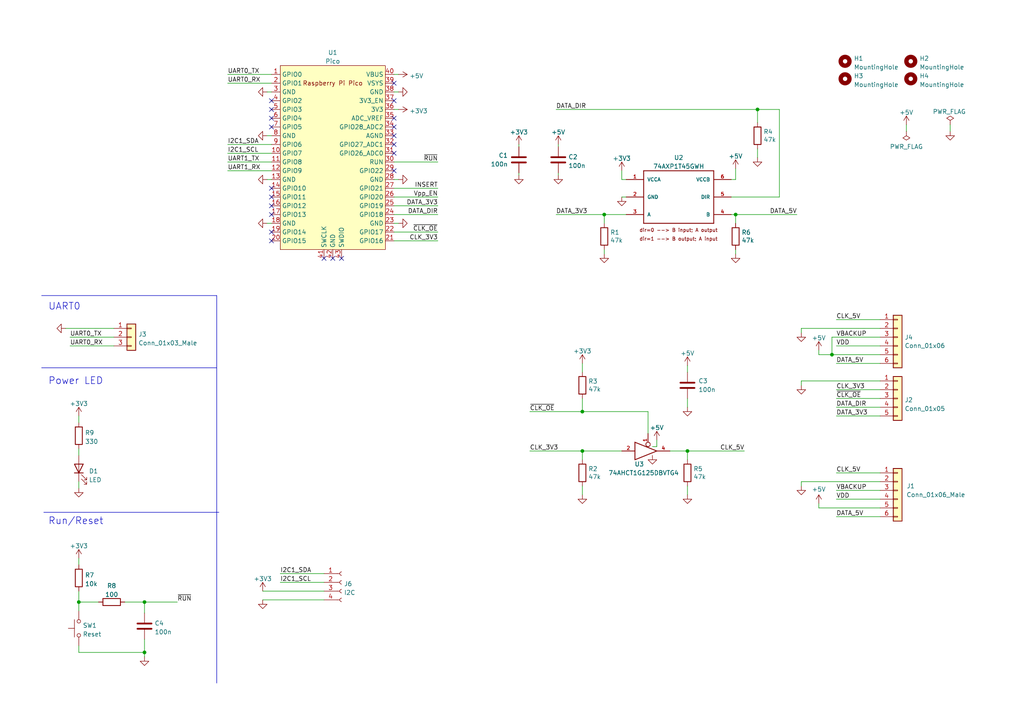
<source format=kicad_sch>
(kicad_sch (version 20230121) (generator eeschema)
  (paper "A4")
  (lib_symbols
    (symbol "74AXP1T45:74AXP1T45GWH" (pin_names (offset 1.016))
      (property "Reference" "U2" (at 10.16 3.81 0))
      (property "Value" "74AXP1T45GWH" (at 10.16 1.27 0))
      (symbol "74AXP1T45GWH_0_0"
        (polyline (pts (xy 0 -15.24) (xy 20.32 -15.24)) (stroke (width 0.254)))
        (polyline (pts (xy 0 0) (xy 0 -15.24)) (stroke (width 0.254)))
        (polyline (pts (xy 20.32 -15.24) (xy 20.32 0)) (stroke (width 0.254)))
        (polyline (pts (xy 20.32 0) (xy 0 0)) (stroke (width 0.254)))
        (text "dir=0 --> B input; A output" (at -1.27 -17.78 0) (effects (font (size 1 1)) (justify left bottom)))
        (text "dir=1 --> B output; A input" (at -1.27 -20.32 0) (effects (font (size 1 1)) (justify left bottom)))
        (pin power_in line (at -5.08 -2.54 0) (length 5.08) (name "VCCA") (number "1"))
        (pin power_in line (at -5.08 -7.62 0) (length 5.08) (name "GND") (number "2"))
        (pin bidirectional line (at -5.08 -12.7 0) (length 5.08) (name "A") (number "3"))
        (pin bidirectional line (at 25.4 -12.7 180) (length 5.08) (name "B") (number "4"))
        (pin bidirectional line (at 25.4 -7.62 180) (length 5.08) (name "DIR") (number "5"))
        (pin power_in line (at 25.4 -2.54 180) (length 5.08) (name "VCCB") (number "6"))
      )
    )
    (symbol "74xGxx:74AHCT1G125" (pin_names (offset 1.016))
      (property "Reference" "U" (at -2.54 3.81 0))
      (property "Value" "74AHCT1G125" (at 0 -3.81 0))
      (symbol "74AHCT1G125_0_1"
        (polyline (pts (xy -3.81 2.54) (xy -3.81 -2.54) (xy 2.54 0) (xy -3.81 2.54)) (stroke (width 0.254)))
      )
      (symbol "74AHCT1G125_1_1"
        (pin input inverted (at 0 5.08 270) (length 3.81) (name "~") (number "1"))
        (pin input line (at -7.62 0 0) (length 3.81) (name "~") (number "2"))
        (pin power_in line (at 1.27 -1.27 270) (length 0) hide (name "GND") (number "3"))
        (pin tri_state line (at 6.35 0 180) (length 3.81) (name "~") (number "4"))
        (pin power_in line (at 1.27 1.27 90) (length 0) hide (name "VCC") (number "5"))
      )
    )
    (symbol "Connector:Conn_01x04_Female" (pin_names (offset 1.016) hide)
      (property "Reference" "J" (at 0 5.08 0))
      (property "Value" "Conn_01x04_Female" (at 0 -7.62 0))
      (symbol "Conn_01x04_Female_1_1"
        (arc (start 0 -4.572) (mid -0.5058 -5.08) (end 0 -5.588) (stroke (width 0.1524)))
        (arc (start 0 -2.032) (mid -0.5058 -2.54) (end 0 -3.048) (stroke (width 0.1524)))
        (polyline (pts (xy -1.27 -5.08) (xy -0.508 -5.08)) (stroke (width 0.1524)))
        (polyline (pts (xy -1.27 -2.54) (xy -0.508 -2.54)) (stroke (width 0.1524)))
        (polyline (pts (xy -1.27 0) (xy -0.508 0)) (stroke (width 0.1524)))
        (polyline (pts (xy -1.27 2.54) (xy -0.508 2.54)) (stroke (width 0.1524)))
        (arc (start 0 0.508) (mid -0.5058 0) (end 0 -0.508) (stroke (width 0.1524)))
        (arc (start 0 3.048) (mid -0.5058 2.54) (end 0 2.032) (stroke (width 0.1524)))
        (pin passive line (at -5.08 2.54 0) (length 3.81) (name "Pin_1") (number "1"))
        (pin passive line (at -5.08 0 0) (length 3.81) (name "Pin_2") (number "2"))
        (pin passive line (at -5.08 -2.54 0) (length 3.81) (name "Pin_3") (number "3"))
        (pin passive line (at -5.08 -5.08 0) (length 3.81) (name "Pin_4") (number "4"))
      )
    )
    (symbol "Connector_Generic:Conn_01x03" (pin_names (offset 1.016) hide)
      (property "Reference" "J" (at 0 5.08 0))
      (property "Value" "Conn_01x03" (at 0 -5.08 0))
      (symbol "Conn_01x03_1_1"
        (rectangle (start -1.27 -2.413) (end 0 -2.667) (stroke (width 0.1524)))
        (rectangle (start -1.27 0.127) (end 0 -0.127) (stroke (width 0.1524)))
        (rectangle (start -1.27 2.667) (end 0 2.413) (stroke (width 0.1524)))
        (rectangle (start -1.27 3.81) (end 1.27 -3.81) (stroke (width 0.254)) (fill (type background)))
        (pin passive line (at -5.08 2.54 0) (length 3.81) (name "Pin_1") (number "1"))
        (pin passive line (at -5.08 0 0) (length 3.81) (name "Pin_2") (number "2"))
        (pin passive line (at -5.08 -2.54 0) (length 3.81) (name "Pin_3") (number "3"))
      )
    )
    (symbol "Connector_Generic:Conn_01x05" (pin_names (offset 1.016) hide)
      (property "Reference" "J" (at 0 7.62 0))
      (property "Value" "Conn_01x05" (at 0 -7.62 0))
      (symbol "Conn_01x05_1_1"
        (rectangle (start -1.27 -4.953) (end 0 -5.207) (stroke (width 0.1524)))
        (rectangle (start -1.27 -2.413) (end 0 -2.667) (stroke (width 0.1524)))
        (rectangle (start -1.27 0.127) (end 0 -0.127) (stroke (width 0.1524)))
        (rectangle (start -1.27 2.667) (end 0 2.413) (stroke (width 0.1524)))
        (rectangle (start -1.27 5.207) (end 0 4.953) (stroke (width 0.1524)))
        (rectangle (start -1.27 6.35) (end 1.27 -6.35) (stroke (width 0.254)) (fill (type background)))
        (pin passive line (at -5.08 5.08 0) (length 3.81) (name "Pin_1") (number "1"))
        (pin passive line (at -5.08 2.54 0) (length 3.81) (name "Pin_2") (number "2"))
        (pin passive line (at -5.08 0 0) (length 3.81) (name "Pin_3") (number "3"))
        (pin passive line (at -5.08 -2.54 0) (length 3.81) (name "Pin_4") (number "4"))
        (pin passive line (at -5.08 -5.08 0) (length 3.81) (name "Pin_5") (number "5"))
      )
    )
    (symbol "Connector_Generic:Conn_01x06" (pin_names (offset 1.016) hide)
      (property "Reference" "J" (at 0 7.62 0))
      (property "Value" "Conn_01x06" (at 0 -10.16 0))
      (symbol "Conn_01x06_1_1"
        (rectangle (start -1.27 -7.493) (end 0 -7.747) (stroke (width 0.1524)))
        (rectangle (start -1.27 -4.953) (end 0 -5.207) (stroke (width 0.1524)))
        (rectangle (start -1.27 -2.413) (end 0 -2.667) (stroke (width 0.1524)))
        (rectangle (start -1.27 0.127) (end 0 -0.127) (stroke (width 0.1524)))
        (rectangle (start -1.27 2.667) (end 0 2.413) (stroke (width 0.1524)))
        (rectangle (start -1.27 5.207) (end 0 4.953) (stroke (width 0.1524)))
        (rectangle (start -1.27 6.35) (end 1.27 -8.89) (stroke (width 0.254)) (fill (type background)))
        (pin passive line (at -5.08 5.08 0) (length 3.81) (name "Pin_1") (number "1"))
        (pin passive line (at -5.08 2.54 0) (length 3.81) (name "Pin_2") (number "2"))
        (pin passive line (at -5.08 0 0) (length 3.81) (name "Pin_3") (number "3"))
        (pin passive line (at -5.08 -2.54 0) (length 3.81) (name "Pin_4") (number "4"))
        (pin passive line (at -5.08 -5.08 0) (length 3.81) (name "Pin_5") (number "5"))
        (pin passive line (at -5.08 -7.62 0) (length 3.81) (name "Pin_6") (number "6"))
      )
    )
    (symbol "Device:C" (pin_numbers hide) (pin_names (offset 0.254))
      (property "Reference" "C" (at 0.635 2.54 0))
      (property "Value" "C" (at 0.635 -2.54 0))
      (symbol "C_0_1"
        (polyline (pts (xy -2.032 -0.762) (xy 2.032 -0.762)) (stroke (width 0.508)))
        (polyline (pts (xy -2.032 0.762) (xy 2.032 0.762)) (stroke (width 0.508)))
      )
      (symbol "C_1_1"
        (pin passive line (at 0 3.81 270) (length 2.794) (name "~") (number "1"))
        (pin passive line (at 0 -3.81 90) (length 2.794) (name "~") (number "2"))
      )
    )
    (symbol "Device:LED" (pin_numbers hide) (pin_names (offset 1.016) hide)
      (property "Reference" "D" (at 0 2.54 0))
      (property "Value" "LED" (at 0 -2.54 0))
      (symbol "LED_0_1"
        (polyline (pts (xy -1.27 -1.27) (xy -1.27 1.27)) (stroke (width 0.254)))
        (polyline (pts (xy -1.27 0) (xy 1.27 0)))
        (polyline (pts (xy 1.27 -1.27) (xy 1.27 1.27) (xy -1.27 0) (xy 1.27 -1.27)) (stroke (width 0.254)))
        (polyline (pts (xy -3.048 -0.762) (xy -4.572 -2.286) (xy -3.81 -2.286) (xy -4.572 -2.286) (xy -4.572 -1.524)))
        (polyline (pts (xy -1.778 -0.762) (xy -3.302 -2.286) (xy -2.54 -2.286) (xy -3.302 -2.286) (xy -3.302 -1.524)))
      )
      (symbol "LED_1_1"
        (pin passive line (at -3.81 0 0) (length 2.54) (name "K") (number "1"))
        (pin passive line (at 3.81 0 180) (length 2.54) (name "A") (number "2"))
      )
    )
    (symbol "Device:R" (pin_numbers hide) (pin_names (offset 0))
      (property "Reference" "R" (at 2.032 0 90))
      (property "Value" "R" (at 0 0 90))
      (symbol "R_0_1"
        (rectangle (start -1.016 -2.54) (end 1.016 2.54) (stroke (width 0.254)))
      )
      (symbol "R_1_1"
        (pin passive line (at 0 3.81 270) (length 1.27) (name "~") (number "1"))
        (pin passive line (at 0 -3.81 90) (length 1.27) (name "~") (number "2"))
      )
    )
    (symbol "MCU_RaspberryPi_and_Boards:Pico"
      (property "Reference" "U" (at -13.97 27.94 0))
      (property "Value" "Pico" (at 0 19.05 0))
      (symbol "Pico_0_0"
        (text "Raspberry Pi Pico" (at 0 21.59 0) (effects (font (size 1.27 1.27))))
      )
      (symbol "Pico_0_1"
        (rectangle (start -15.24 26.67) (end 15.24 -26.67) (fill (type background)))
      )
      (symbol "Pico_1_1"
        (pin bidirectional line (at -17.78 24.13 0) (length 2.54) (name "GPIO0") (number "1"))
        (pin bidirectional line (at -17.78 1.27 0) (length 2.54) (name "GPIO7") (number "10"))
        (pin bidirectional line (at -17.78 -1.27 0) (length 2.54) (name "GPIO8") (number "11"))
        (pin bidirectional line (at -17.78 -3.81 0) (length 2.54) (name "GPIO9") (number "12"))
        (pin power_in line (at -17.78 -6.35 0) (length 2.54) (name "GND") (number "13"))
        (pin bidirectional line (at -17.78 -8.89 0) (length 2.54) (name "GPIO10") (number "14"))
        (pin bidirectional line (at -17.78 -11.43 0) (length 2.54) (name "GPIO11") (number "15"))
        (pin bidirectional line (at -17.78 -13.97 0) (length 2.54) (name "GPIO12") (number "16"))
        (pin bidirectional line (at -17.78 -16.51 0) (length 2.54) (name "GPIO13") (number "17"))
        (pin power_in line (at -17.78 -19.05 0) (length 2.54) (name "GND") (number "18"))
        (pin bidirectional line (at -17.78 -21.59 0) (length 2.54) (name "GPIO14") (number "19"))
        (pin bidirectional line (at -17.78 21.59 0) (length 2.54) (name "GPIO1") (number "2"))
        (pin bidirectional line (at -17.78 -24.13 0) (length 2.54) (name "GPIO15") (number "20"))
        (pin bidirectional line (at 17.78 -24.13 180) (length 2.54) (name "GPIO16") (number "21"))
        (pin bidirectional line (at 17.78 -21.59 180) (length 2.54) (name "GPIO17") (number "22"))
        (pin power_in line (at 17.78 -19.05 180) (length 2.54) (name "GND") (number "23"))
        (pin bidirectional line (at 17.78 -16.51 180) (length 2.54) (name "GPIO18") (number "24"))
        (pin bidirectional line (at 17.78 -13.97 180) (length 2.54) (name "GPIO19") (number "25"))
        (pin bidirectional line (at 17.78 -11.43 180) (length 2.54) (name "GPIO20") (number "26"))
        (pin bidirectional line (at 17.78 -8.89 180) (length 2.54) (name "GPIO21") (number "27"))
        (pin power_in line (at 17.78 -6.35 180) (length 2.54) (name "GND") (number "28"))
        (pin bidirectional line (at 17.78 -3.81 180) (length 2.54) (name "GPIO22") (number "29"))
        (pin power_in line (at -17.78 19.05 0) (length 2.54) (name "GND") (number "3"))
        (pin input line (at 17.78 -1.27 180) (length 2.54) (name "RUN") (number "30"))
        (pin bidirectional line (at 17.78 1.27 180) (length 2.54) (name "GPIO26_ADC0") (number "31"))
        (pin bidirectional line (at 17.78 3.81 180) (length 2.54) (name "GPIO27_ADC1") (number "32"))
        (pin power_in line (at 17.78 6.35 180) (length 2.54) (name "AGND") (number "33"))
        (pin bidirectional line (at 17.78 8.89 180) (length 2.54) (name "GPIO28_ADC2") (number "34"))
        (pin power_in line (at 17.78 11.43 180) (length 2.54) (name "ADC_VREF") (number "35"))
        (pin power_in line (at 17.78 13.97 180) (length 2.54) (name "3V3") (number "36"))
        (pin input line (at 17.78 16.51 180) (length 2.54) (name "3V3_EN") (number "37"))
        (pin bidirectional line (at 17.78 19.05 180) (length 2.54) (name "GND") (number "38"))
        (pin power_in line (at 17.78 21.59 180) (length 2.54) (name "VSYS") (number "39"))
        (pin bidirectional line (at -17.78 16.51 0) (length 2.54) (name "GPIO2") (number "4"))
        (pin power_in line (at 17.78 24.13 180) (length 2.54) (name "VBUS") (number "40"))
        (pin input line (at -2.54 -29.21 90) (length 2.54) (name "SWCLK") (number "41"))
        (pin power_in line (at 0 -29.21 90) (length 2.54) (name "GND") (number "42"))
        (pin bidirectional line (at 2.54 -29.21 90) (length 2.54) (name "SWDIO") (number "43"))
        (pin bidirectional line (at -17.78 13.97 0) (length 2.54) (name "GPIO3") (number "5"))
        (pin bidirectional line (at -17.78 11.43 0) (length 2.54) (name "GPIO4") (number "6"))
        (pin bidirectional line (at -17.78 8.89 0) (length 2.54) (name "GPIO5") (number "7"))
        (pin power_in line (at -17.78 6.35 0) (length 2.54) (name "GND") (number "8"))
        (pin bidirectional line (at -17.78 3.81 0) (length 2.54) (name "GPIO6") (number "9"))
      )
    )
    (symbol "Mechanical:MountingHole" (pin_names (offset 1.016))
      (property "Reference" "H" (at 0 5.08 0))
      (property "Value" "MountingHole" (at 0 3.175 0))
      (symbol "MountingHole_0_1"
        (circle (center 0 0) (radius 1.27) (stroke (width 1.27)))
      )
    )
    (symbol "Switch:SW_Push" (pin_numbers hide) (pin_names (offset 1.016) hide)
      (property "Reference" "SW" (at 1.27 2.54 0))
      (property "Value" "SW_Push" (at 0 -1.524 0))
      (symbol "SW_Push_0_1"
        (circle (center -2.032 0) (radius 0.508))
        (polyline (pts (xy 0 1.27) (xy 0 3.048)))
        (polyline (pts (xy 2.54 1.27) (xy -2.54 1.27)))
        (circle (center 2.032 0) (radius 0.508))
        (pin passive line (at -5.08 0 0) (length 2.54) (name "1") (number "1"))
        (pin passive line (at 5.08 0 180) (length 2.54) (name "2") (number "2"))
      )
    )
    (symbol "power:+3V3" (power) (pin_names (offset 0))
      (property "Value" "+3V3" (at 0 3.556 0))
      (symbol "+3V3_0_1"
        (polyline (pts (xy -0.762 1.27) (xy 0 2.54)))
        (polyline (pts (xy 0 0) (xy 0 2.54)))
        (polyline (pts (xy 0 2.54) (xy 0.762 1.27)))
      )
      (symbol "+3V3_1_1"
        (pin power_in line (at 0 0 90) (length 0) hide (name "+3V3") (number "1"))
      )
    )
    (symbol "power:+5V" (power) (pin_names (offset 0))
      (property "Value" "+5V" (at 0 3.556 0))
      (symbol "+5V_0_1"
        (polyline (pts (xy -0.762 1.27) (xy 0 2.54)))
        (polyline (pts (xy 0 0) (xy 0 2.54)))
        (polyline (pts (xy 0 2.54) (xy 0.762 1.27)))
      )
      (symbol "+5V_1_1"
        (pin power_in line (at 0 0 90) (length 0) hide (name "+5V") (number "1"))
      )
    )
    (symbol "power:GND" (power) (pin_names (offset 0))
      (property "Value" "GND" (at 0 -3.81 0))
      (symbol "GND_0_1"
        (polyline (pts (xy 0 0) (xy 0 -1.27) (xy 1.27 -1.27) (xy 0 -2.54) (xy -1.27 -1.27) (xy 0 -1.27)))
      )
      (symbol "GND_1_1"
        (pin power_in line (at 0 0 270) (length 0) hide (name "GND") (number "1"))
      )
    )
    (symbol "power:PWR_FLAG" (power) (pin_numbers hide) (pin_names (offset 0) hide)
      (property "Value" "PWR_FLAG" (at 0 3.81 0))
      (symbol "PWR_FLAG_0_0"
        (pin power_out line (at 0 0 90) (length 0) (name "pwr") (number "1"))
      )
      (symbol "PWR_FLAG_0_1"
        (polyline (pts (xy 0 0) (xy 0 1.27) (xy -1.016 1.905) (xy 0 2.54) (xy 1.016 1.905) (xy 0 1.27)))
      )
    )
  )
  (junction (at 219.71 31.75))
  (junction (at 22.86 174.625))
  (junction (at 41.91 174.625))
  (junction (at 41.91 189.23))
  (junction (at 175.26 62.23))
  (junction (at 213.36 62.23))
  (junction (at 199.39 130.81))
  (junction (at 241.3 102.87))
  (junction (at 168.91 130.81))
  (junction (at 168.91 119.38))
  (no_connect (at 78.74 31.75))
  (no_connect (at 78.74 69.85))
  (no_connect (at 114.3 24.13))
  (no_connect (at 114.3 29.21))
  (no_connect (at 114.3 36.83))
  (no_connect (at 78.74 62.23))
  (no_connect (at 78.74 36.83))
  (no_connect (at 78.74 59.69))
  (no_connect (at 93.98 74.93))
  (no_connect (at 114.3 34.29))
  (no_connect (at 78.74 29.21))
  (no_connect (at 78.74 54.61))
  (no_connect (at 96.52 74.93))
  (no_connect (at 78.74 67.31))
  (no_connect (at 99.06 74.93))
  (no_connect (at 114.3 41.91))
  (no_connect (at 78.74 57.15))
  (no_connect (at 114.3 39.37))
  (no_connect (at 114.3 44.45))
  (no_connect (at 114.3 49.53))
  (no_connect (at 78.74 34.29))
  (wire (pts (xy 175.26 62.23) (xy 175.26 64.77)))
  (wire (pts (xy 66.04 49.53) (xy 78.74 49.53)))
  (wire (pts (xy 168.91 119.38) (xy 187.96 119.38)))
  (wire (pts (xy 161.925 50.8) (xy 161.925 50.165)))
  (wire (pts (xy 199.39 130.81) (xy 215.9 130.81)))
  (wire (pts (xy 66.04 46.99) (xy 78.74 46.99)))
  (wire (pts (xy 127 54.61) (xy 114.3 54.61)))
  (wire (pts (xy 175.26 72.39) (xy 175.26 73.66)))
  (wire (pts (xy 127 46.99) (xy 114.3 46.99)))
  (wire (pts (xy 242.57 100.33) (xy 255.27 100.33)))
  (wire (pts (xy 115.57 31.75) (xy 114.3 31.75)))
  (polyline (pts (xy 62.865 106.68) (xy 62.865 148.59)))
  (wire (pts (xy 242.57 120.65) (xy 255.27 120.65)))
  (wire (pts (xy 175.26 62.23) (xy 181.61 62.23)))
  (wire (pts (xy 150.495 50.8) (xy 150.495 50.165)))
  (wire (pts (xy 190.5 129.54) (xy 189.23 129.54)))
  (wire (pts (xy 213.36 48.895) (xy 213.36 52.07)))
  (wire (pts (xy 232.41 139.7) (xy 232.41 140.97)))
  (wire (pts (xy 127 59.69) (xy 114.3 59.69)))
  (wire (pts (xy 22.86 132.08) (xy 22.86 130.175)))
  (wire (pts (xy 199.39 130.81) (xy 199.39 133.35)))
  (wire (pts (xy 242.57 92.71) (xy 255.27 92.71)))
  (wire (pts (xy 242.57 142.24) (xy 255.27 142.24)))
  (wire (pts (xy 213.36 62.23) (xy 231.14 62.23)))
  (wire (pts (xy 199.39 140.97) (xy 199.39 143.51)))
  (wire (pts (xy 232.41 110.49) (xy 232.41 111.76)))
  (wire (pts (xy 232.41 110.49) (xy 255.27 110.49)))
  (wire (pts (xy 127 57.15) (xy 114.3 57.15)))
  (wire (pts (xy 66.04 41.91) (xy 78.74 41.91)))
  (wire (pts (xy 219.71 31.75) (xy 219.71 35.56)))
  (polyline (pts (xy 12.065 106.68) (xy 62.865 106.68)))
  (wire (pts (xy 41.91 174.625) (xy 51.435 174.625)))
  (polyline (pts (xy 62.865 147.955) (xy 62.865 198.12)))
  (wire (pts (xy 19.05 95.25) (xy 33.02 95.25)))
  (wire (pts (xy 226.06 31.75) (xy 226.06 57.15)))
  (wire (pts (xy 241.3 102.87) (xy 255.27 102.87)))
  (wire (pts (xy 237.49 101.6) (xy 237.49 102.87)))
  (wire (pts (xy 212.09 52.07) (xy 213.36 52.07)))
  (polyline (pts (xy 62.865 85.725) (xy 62.865 106.68)))
  (wire (pts (xy 81.28 168.91) (xy 93.98 168.91)))
  (wire (pts (xy 242.57 118.11) (xy 255.27 118.11)))
  (wire (pts (xy 199.39 118.11) (xy 199.39 115.57)))
  (wire (pts (xy 180.34 49.53) (xy 180.34 52.07)))
  (wire (pts (xy 232.41 95.25) (xy 255.27 95.25)))
  (wire (pts (xy 168.91 130.81) (xy 168.91 133.35)))
  (wire (pts (xy 127 69.85) (xy 114.3 69.85)))
  (wire (pts (xy 241.3 97.79) (xy 241.3 102.87)))
  (wire (pts (xy 212.09 62.23) (xy 213.36 62.23)))
  (wire (pts (xy 161.29 31.75) (xy 219.71 31.75)))
  (wire (pts (xy 22.86 141.605) (xy 22.86 139.7)))
  (polyline (pts (xy 12.7 148.59) (xy 63.5 148.59)))
  (wire (pts (xy 168.91 119.38) (xy 168.91 115.57)))
  (wire (pts (xy 219.71 43.18) (xy 219.71 45.72)))
  (wire (pts (xy 275.59 38.1) (xy 275.59 36.195)))
  (wire (pts (xy 115.57 26.67) (xy 114.3 26.67)))
  (wire (pts (xy 41.91 189.23) (xy 41.91 190.5)))
  (wire (pts (xy 76.2 171.45) (xy 93.98 171.45)))
  (wire (pts (xy 212.09 57.15) (xy 226.06 57.15)))
  (wire (pts (xy 213.36 62.23) (xy 213.36 64.77)))
  (wire (pts (xy 237.49 146.05) (xy 237.49 147.32)))
  (wire (pts (xy 168.91 130.81) (xy 180.34 130.81)))
  (wire (pts (xy 77.47 39.37) (xy 78.74 39.37)))
  (wire (pts (xy 190.5 127.635) (xy 190.5 129.54)))
  (wire (pts (xy 77.47 52.07) (xy 78.74 52.07)))
  (wire (pts (xy 242.57 113.03) (xy 255.27 113.03)))
  (wire (pts (xy 115.57 52.07) (xy 114.3 52.07)))
  (wire (pts (xy 77.47 26.67) (xy 78.74 26.67)))
  (wire (pts (xy 213.36 72.39) (xy 213.36 73.66)))
  (wire (pts (xy 20.32 100.33) (xy 33.02 100.33)))
  (wire (pts (xy 22.86 177.165) (xy 22.86 174.625)))
  (wire (pts (xy 114.3 21.59) (xy 115.57 21.59)))
  (wire (pts (xy 241.3 97.79) (xy 255.27 97.79)))
  (wire (pts (xy 262.89 38.1) (xy 262.89 36.195)))
  (wire (pts (xy 77.47 64.77) (xy 78.74 64.77)))
  (wire (pts (xy 66.04 44.45) (xy 78.74 44.45)))
  (wire (pts (xy 161.29 62.23) (xy 175.26 62.23)))
  (wire (pts (xy 180.34 52.07) (xy 181.61 52.07)))
  (wire (pts (xy 226.06 31.75) (xy 219.71 31.75)))
  (wire (pts (xy 187.96 125.73) (xy 187.96 119.38)))
  (wire (pts (xy 22.86 161.925) (xy 22.86 163.83)))
  (wire (pts (xy 66.04 24.13) (xy 78.74 24.13)))
  (wire (pts (xy 127 62.23) (xy 114.3 62.23)))
  (wire (pts (xy 22.86 189.23) (xy 22.86 187.325)))
  (wire (pts (xy 242.57 149.86) (xy 255.27 149.86)))
  (wire (pts (xy 153.67 119.38) (xy 168.91 119.38)))
  (wire (pts (xy 199.39 106.045) (xy 199.39 107.95)))
  (wire (pts (xy 76.2 173.99) (xy 93.98 173.99)))
  (wire (pts (xy 194.31 130.81) (xy 199.39 130.81)))
  (wire (pts (xy 232.41 95.25) (xy 232.41 96.52)))
  (wire (pts (xy 168.91 140.97) (xy 168.91 143.51)))
  (wire (pts (xy 168.91 107.95) (xy 168.91 105.41)))
  (wire (pts (xy 81.28 166.37) (xy 93.98 166.37)))
  (wire (pts (xy 237.49 102.87) (xy 241.3 102.87)))
  (wire (pts (xy 180.34 57.15) (xy 181.61 57.15)))
  (wire (pts (xy 161.925 41.91) (xy 161.925 42.545)))
  (wire (pts (xy 22.86 171.45) (xy 22.86 174.625)))
  (wire (pts (xy 115.57 64.77) (xy 114.3 64.77)))
  (wire (pts (xy 22.86 122.555) (xy 22.86 120.65)))
  (wire (pts (xy 41.91 185.42) (xy 41.91 189.23)))
  (wire (pts (xy 242.57 137.16) (xy 255.27 137.16)))
  (wire (pts (xy 153.67 130.81) (xy 168.91 130.81)))
  (wire (pts (xy 41.91 174.625) (xy 41.91 177.8)))
  (wire (pts (xy 127 67.31) (xy 114.3 67.31)))
  (wire (pts (xy 66.04 21.59) (xy 78.74 21.59)))
  (polyline (pts (xy 12.065 85.725) (xy 62.865 85.725)))
  (wire (pts (xy 242.57 144.78) (xy 255.27 144.78)))
  (wire (pts (xy 232.41 139.7) (xy 255.27 139.7)))
  (wire (pts (xy 22.86 174.625) (xy 28.575 174.625)))
  (wire (pts (xy 237.49 147.32) (xy 255.27 147.32)))
  (wire (pts (xy 20.32 97.79) (xy 33.02 97.79)))
  (wire (pts (xy 242.57 115.57) (xy 255.27 115.57)))
  (wire (pts (xy 150.495 41.91) (xy 150.495 42.545)))
  (wire (pts (xy 36.195 174.625) (xy 41.91 174.625)))
  (wire (pts (xy 22.86 189.23) (xy 41.91 189.23)))
  (wire (pts (xy 242.57 105.41) (xy 255.27 105.41)))
  (text "Power LED" (at 13.97 111.76 0) (effects (font (size 2 2)) (justify left bottom)))
  (text "Run/Reset" (at 13.97 152.4 0) (effects (font (size 2 2)) (justify left bottom)))
  (text "UART0" (at 13.97 90.17 0) (effects (font (size 2 2)) (justify left bottom)))
  (label "CLK_3V3" (at 127 69.85 180))
  (label "CLK_5V" (at 242.57 137.16 0))
  (label "I2C1_SDA" (at 66.04 41.91 0))
  (label "Vpp_EN" (at 127 57.15 180))
  (label "VDD" (at 242.57 100.33 0))
  (label "CLK_3V3" (at 242.57 113.03 0))
  (label "CLK_5V" (at 242.57 92.71 0))
  (label "I2C1_SCL" (at 81.28 168.91 0))
  (label "~{RUN}" (at 51.435 174.625 0))
  (label "DATA_5V" (at 242.57 105.41 0))
  (label "I2C1_SDA" (at 81.28 166.37 0))
  (label "CLK_3V3" (at 153.67 130.81 0))
  (label "DATA_DIR" (at 242.57 118.11 0))
  (label "DATA_3V3" (at 161.29 62.23 0))
  (label "DATA_5V" (at 231.14 62.23 180))
  (label "DATA_3V3" (at 242.57 120.65 0))
  (label "UART1_RX" (at 66.04 49.53 0))
  (label "~{CLK_OE}" (at 242.57 115.57 0))
  (label "DATA_DIR" (at 127 62.23 180))
  (label "INSERT" (at 127 54.61 180))
  (label "VDD" (at 242.57 144.78 0))
  (label "~{CLK_OE}" (at 127 67.31 180))
  (label "VBACKUP" (at 242.57 97.79 0))
  (label "DATA_5V" (at 242.57 149.86 0))
  (label "DATA_DIR" (at 161.29 31.75 0))
  (label "I2C1_SCL" (at 66.04 44.45 0))
  (label "UART0_RX" (at 20.32 100.33 0))
  (label "~{CLK_OE}" (at 153.67 119.38 0))
  (label "UART0_RX" (at 66.04 24.13 0))
  (label "DATA_3V3" (at 127 59.69 180))
  (label "~{RUN}" (at 127 46.99 180))
  (label "UART1_TX" (at 66.04 46.99 0))
  (label "UART0_TX" (at 66.04 21.59 0))
  (label "VBACKUP" (at 242.57 142.24 0))
  (label "UART0_TX" (at 20.32 97.79 0))
  (label "CLK_5V" (at 215.9 130.81 180))
  (symbol (lib_id "power:GND") (at 199.39 118.11 0) (unit 1)
    (property "Reference" "#PWR0104" (effects hide))
    (property "Value" "GND" (effects hide))
  )
  (symbol (lib_id "power:+3V3") (at 180.34 49.53 0) (unit 1)
    (property "Reference" "#PWR0128" (effects hide))
    (property "Value" "+3V3" (at 180.34 45.9542 0))
  )
  (symbol (lib_id "MCU_RaspberryPi_and_Boards:Pico") (at 96.52 45.72 0) (unit 1)
    (property "Reference" "U1" (at 96.52 15.2431 0))
    (property "Value" "Pico" (at 96.52 17.78 0))
    (property "Footprint" "RP-Pico Libraries:RPi_Pico_SMD_TH" (effects hide))
  )
  (symbol (lib_id "power:GND") (at 150.495 50.8 0) (unit 1)
    (property "Reference" "#PWR0114" (effects hide))
    (property "Value" "GND" (effects hide))
  )
  (symbol (lib_id "power:PWR_FLAG") (at 262.89 38.1 180) (unit 1)
    (property "Reference" "#FLG0101" (effects hide))
    (property "Value" "PWR_FLAG" (at 262.89 42.5434 0))
  )
  (symbol (lib_id "power:GND") (at 180.34 57.15 0) (unit 1)
    (property "Reference" "#PWR0103" (effects hide))
    (property "Value" "GND" (effects hide))
  )
  (symbol (lib_id "Device:C") (at 41.91 181.61 0) (unit 1)
    (property "Reference" "C4" (at 44.831 180.7753 0) (effects (justify left)))
    (property "Value" "100n" (at 44.831 183.3122 0) (effects (justify left)))
    (property "Footprint" "Capacitor_SMD:C_0402_1005Metric_Pad0.74x0.62mm_HandSolder" (effects hide))
  )
  (symbol (lib_id "power:GND") (at 232.41 96.52 0) (unit 1)
    (property "Reference" "#PWR02" (effects hide))
    (property "Value" "GND" (effects hide))
  )
  (symbol (lib_id "74AXP1T45:74AXP1T45GWH") (at 186.69 49.53 0) (unit 1)
    (property "Reference" "U2" (at 196.85 45.72 0))
    (property "Value" "74AXP1T45GWH" (at 196.85 48.26 0))
    (property "Footprint" "Package_TO_SOT_SMD:SOT-23-6_Handsoldering" (effects hide))
    (property "DIGIKEY" "1727-74AXP1T45GWHCT-ND" (effects hide))
    (property "MFR" "NEXPERIA" (effects hide))
    (property "MFR_PN" "74AXP1T45GWH" (effects hide))
  )
  (symbol (lib_id "power:PWR_FLAG") (at 275.59 36.195 0) (unit 1)
    (property "Reference" "#FLG0102" (effects hide))
    (property "Value" "PWR_FLAG" (at 270.51 32.385 0) (effects (justify left)))
  )
  (symbol (lib_id "Mechanical:MountingHole") (at 264.16 17.78 0) (unit 1)
    (property "Reference" "H2" (at 266.7 16.9453 0) (effects (justify left)))
    (property "Value" "MountingHole" (at 266.7 19.4822 0) (effects (justify left)))
    (property "Footprint" "MountingHole:MountingHole_2.2mm_M2" (effects hide))
  )
  (symbol (lib_id "power:GND") (at 115.57 52.07 90) (unit 1)
    (property "Reference" "#PWR0115" (effects hide))
    (property "Value" "GND" (effects hide))
  )
  (symbol (lib_id "Device:C") (at 199.39 111.76 0) (unit 1)
    (property "Reference" "C3" (at 202.565 110.49 0) (effects (justify left)))
    (property "Value" "100n" (at 202.565 113.03 0) (effects (justify left)))
    (property "Footprint" "Capacitor_SMD:C_0402_1005Metric_Pad0.74x0.62mm_HandSolder" (effects hide))
  )
  (symbol (lib_id "Device:LED") (at 22.86 135.89 90) (unit 1)
    (property "Reference" "D1" (at 25.781 136.6428 90) (effects (justify right)))
    (property "Value" "LED" (at 25.781 139.1797 90) (effects (justify right)))
    (property "Footprint" "LED_SMD:LED_0603_1608Metric_Pad1.05x0.95mm_HandSolder" (effects hide))
  )
  (symbol (lib_id "Connector_Generic:Conn_01x06") (at 260.35 142.24 0) (unit 1)
    (property "Reference" "J1" (at 264.16 140.97 0))
    (property "Value" "Conn_01x06_Male" (at 262.89 143.51 0) (effects (justify left)))
    (property "Footprint" "Connector_PinHeader_2.54mm:PinHeader_1x06_P2.54mm_Vertical" (effects hide))
  )
  (symbol (lib_id "Device:R") (at 168.91 111.76 0) (unit 1)
    (property "Reference" "R3" (at 170.6372 110.5916 0) (effects (justify left)))
    (property "Value" "47k" (at 170.6372 112.903 0) (effects (justify left)))
    (property "Footprint" "Resistor_SMD:R_0402_1005Metric_Pad0.72x0.64mm_HandSolder" (effects hide))
  )
  (symbol (lib_id "power:GND") (at 213.36 73.66 0) (unit 1)
    (property "Reference" "#PWR0108" (effects hide))
    (property "Value" "GND" (effects hide))
  )
  (symbol (lib_id "power:GND") (at 175.26 73.66 0) (unit 1)
    (property "Reference" "#PWR0116" (effects hide))
    (property "Value" "GND" (effects hide))
  )
  (symbol (lib_id "power:GND") (at 115.57 64.77 90) (unit 1)
    (property "Reference" "#PWR0101" (effects hide))
    (property "Value" "GND" (effects hide))
  )
  (symbol (lib_id "Device:R") (at 22.86 126.365 0) (unit 1)
    (property "Reference" "R9" (at 24.638 125.5303 0) (effects (justify left)))
    (property "Value" "330" (at 24.638 128.0672 0) (effects (justify left)))
    (property "Footprint" "Resistor_SMD:R_0402_1005Metric_Pad0.72x0.64mm_HandSolder" (effects hide))
  )
  (symbol (lib_id "power:+3V3") (at 150.495 41.91 0) (unit 1)
    (property "Reference" "#PWR0110" (effects hide))
    (property "Value" "+3V3" (at 150.495 38.3342 0))
  )
  (symbol (lib_id "power:GND") (at 76.2 173.99 0) (unit 1)
    (property "Reference" "#PWR0138" (effects hide))
    (property "Value" "GND" (effects hide))
  )
  (symbol (lib_id "Device:C") (at 161.925 46.355 0) (unit 1)
    (property "Reference" "C2" (at 164.846 45.5203 0) (effects (justify left)))
    (property "Value" "100n" (at 164.846 48.0572 0) (effects (justify left)))
    (property "Footprint" "Capacitor_SMD:C_0402_1005Metric_Pad0.74x0.62mm_HandSolder" (effects hide))
  )
  (symbol (lib_id "power:GND") (at 161.925 50.8 0) (unit 1)
    (property "Reference" "#PWR0102" (effects hide))
    (property "Value" "GND" (effects hide))
  )
  (symbol (lib_id "power:GND") (at 77.47 64.77 270) (unit 1)
    (property "Reference" "#PWR0126" (effects hide))
    (property "Value" "GND" (effects hide))
  )
  (symbol (lib_id "power:+5V") (at 115.57 21.59 270) (unit 1)
    (property "Reference" "#PWR0117" (effects hide))
    (property "Value" "+5V" (at 118.745 22.0238 90) (effects (justify left)))
  )
  (symbol (lib_id "power:GND") (at 199.39 143.51 0) (unit 1)
    (property "Reference" "#PWR0106" (effects hide))
    (property "Value" "GND" (effects hide))
  )
  (symbol (lib_id "power:+5V") (at 262.89 36.195 0) (unit 1)
    (property "Reference" "#PWR0131" (effects hide))
    (property "Value" "+5V" (at 262.89 32.6192 0))
  )
  (symbol (lib_id "power:GND") (at 77.47 26.67 270) (unit 1)
    (property "Reference" "#PWR0125" (effects hide))
    (property "Value" "GND" (effects hide))
  )
  (symbol (lib_id "Connector_Generic:Conn_01x05") (at 260.35 115.57 0) (unit 1)
    (property "Reference" "J2" (at 262.382 116.0053 0) (effects (justify left)))
    (property "Value" "Conn_01x05" (at 262.382 118.5422 0) (effects (justify left)))
    (property "Footprint" "Connector_PinSocket_2.54mm:PinSocket_1x05_P2.54mm_Vertical" (effects hide))
  )
  (symbol (lib_id "power:+3V3") (at 22.86 120.65 0) (unit 1)
    (property "Reference" "#PWR0134" (effects hide))
    (property "Value" "+3V3" (at 22.86 117.0742 0))
  )
  (symbol (lib_id "Connector:Conn_01x04_Female") (at 99.06 168.91 0) (unit 1)
    (property "Reference" "J6" (at 99.7712 169.3453 0) (effects (justify left)))
    (property "Value" "I2C" (at 99.7712 171.8822 0) (effects (justify left)))
    (property "Footprint" "Connector_PinSocket_2.54mm:PinSocket_1x04_P2.54mm_Vertical" (effects hide))
  )
  (symbol (lib_id "Mechanical:MountingHole") (at 245.11 17.78 0) (unit 1)
    (property "Reference" "H1" (at 247.65 16.9453 0) (effects (justify left)))
    (property "Value" "MountingHole" (at 247.65 19.4822 0) (effects (justify left)))
    (property "Footprint" "MountingHole:MountingHole_2.2mm_M2" (effects hide))
  )
  (symbol (lib_id "Switch:SW_Push") (at 22.86 182.245 90) (unit 1)
    (property "Reference" "SW1" (at 24.003 181.4103 90) (effects (justify right)))
    (property "Value" "Reset" (at 24.003 183.9472 90) (effects (justify right)))
    (property "Footprint" "digikey-footprints:Switch_Tactile_SMD_4.5x4.5mm_TL3315NF160Q" (effects hide))
  )
  (symbol (lib_id "Device:C") (at 150.495 46.355 0) (mirror y) (unit 1)
    (property "Reference" "C1" (at 147.32 45.085 0) (effects (justify left)))
    (property "Value" "100n" (at 147.32 47.625 0) (effects (justify left)))
    (property "Footprint" "Capacitor_SMD:C_0402_1005Metric_Pad0.74x0.62mm_HandSolder" (effects hide))
  )
  (symbol (lib_id "Mechanical:MountingHole") (at 245.11 22.86 0) (unit 1)
    (property "Reference" "H3" (at 247.65 22.0253 0) (effects (justify left)))
    (property "Value" "MountingHole" (at 247.65 24.5622 0) (effects (justify left)))
    (property "Footprint" "MountingHole:MountingHole_2.2mm_M2" (effects hide))
  )
  (symbol (lib_id "Mechanical:MountingHole") (at 264.16 22.86 0) (unit 1)
    (property "Reference" "H4" (at 266.7 22.0253 0) (effects (justify left)))
    (property "Value" "MountingHole" (at 266.7 24.5622 0) (effects (justify left)))
    (property "Footprint" "MountingHole:MountingHole_2.2mm_M2" (effects hide))
  )
  (symbol (lib_id "Connector_Generic:Conn_01x03") (at 38.1 97.79 0) (unit 1)
    (property "Reference" "J3" (at 40.132 96.9553 0) (effects (justify left)))
    (property "Value" "Conn_01x03_Male" (at 40.132 99.4922 0) (effects (justify left)))
    (property "Footprint" "Connector_PinHeader_2.54mm:PinHeader_1x03_P2.54mm_Vertical" (effects hide))
  )
  (symbol (lib_id "Device:R") (at 219.71 39.37 0) (unit 1)
    (property "Reference" "R4" (at 221.4372 38.2016 0) (effects (justify left)))
    (property "Value" "47k" (at 221.4372 40.513 0) (effects (justify left)))
    (property "Footprint" "Resistor_SMD:R_0402_1005Metric_Pad0.72x0.64mm_HandSolder" (effects hide))
  )
  (symbol (lib_id "power:+3V3") (at 22.86 161.925 0) (unit 1)
    (property "Reference" "#PWR0127" (effects hide))
    (property "Value" "+3V3" (at 22.86 158.3492 0))
  )
  (symbol (lib_id "Device:R") (at 168.91 137.16 0) (unit 1)
    (property "Reference" "R2" (at 170.6372 135.9916 0) (effects (justify left)))
    (property "Value" "47k" (at 170.6372 138.303 0) (effects (justify left)))
    (property "Footprint" "Resistor_SMD:R_0402_1005Metric_Pad0.72x0.64mm_HandSolder" (effects hide))
  )
  (symbol (lib_id "Device:R") (at 213.36 68.58 0) (unit 1)
    (property "Reference" "R6" (at 215.0872 67.4116 0) (effects (justify left)))
    (property "Value" "47k" (at 215.0872 69.723 0) (effects (justify left)))
    (property "Footprint" "Resistor_SMD:R_0402_1005Metric_Pad0.72x0.64mm_HandSolder" (effects hide))
  )
  (symbol (lib_id "Device:R") (at 32.385 174.625 90) (unit 1)
    (property "Reference" "R8" (at 32.385 169.9092 90))
    (property "Value" "100" (at 32.385 172.4461 90))
    (property "Footprint" "Resistor_SMD:R_0402_1005Metric_Pad0.72x0.64mm_HandSolder" (effects hide))
  )
  (symbol (lib_id "power:GND") (at 77.47 39.37 270) (unit 1)
    (property "Reference" "#PWR0124" (effects hide))
    (property "Value" "GND" (effects hide))
  )
  (symbol (lib_id "power:+3V3") (at 76.2 171.45 0) (unit 1)
    (property "Reference" "#PWR0139" (effects hide))
    (property "Value" "+3V3" (at 76.2 167.8742 0))
  )
  (symbol (lib_id "power:+5V") (at 213.36 48.895 0) (unit 1)
    (property "Reference" "#PWR0129" (effects hide))
    (property "Value" "+5V" (at 213.36 45.3192 0))
  )
  (symbol (lib_id "power:GND") (at 19.05 95.25 270) (unit 1)
    (property "Reference" "#PWR0136" (effects hide))
    (property "Value" "GND" (effects hide))
  )
  (symbol (lib_id "Device:R") (at 175.26 68.58 0) (unit 1)
    (property "Reference" "R1" (at 176.9872 67.4116 0) (effects (justify left)))
    (property "Value" "47k" (at 176.9872 69.723 0) (effects (justify left)))
    (property "Footprint" "Resistor_SMD:R_0402_1005Metric_Pad0.72x0.64mm_HandSolder" (effects hide))
  )
  (symbol (lib_id "power:GND") (at 189.23 132.08 0) (unit 1)
    (property "Reference" "#PWR0111" (effects hide))
    (property "Value" "GND" (effects hide))
  )
  (symbol (lib_id "power:+3V3") (at 168.91 105.41 0) (unit 1)
    (property "Reference" "#PWR0121" (effects hide))
    (property "Value" "+3V3" (at 168.91 101.8342 0))
  )
  (symbol (lib_id "power:+3V3") (at 115.57 31.75 270) (unit 1)
    (property "Reference" "#PWR0118" (effects hide))
    (property "Value" "+3V3" (at 118.745 32.1838 90) (effects (justify left)))
  )
  (symbol (lib_id "power:+5V") (at 190.5 127.635 0) (unit 1)
    (property "Reference" "#PWR0120" (effects hide))
    (property "Value" "+5V" (at 190.5 124.0592 0))
  )
  (symbol (lib_id "power:GND") (at 115.57 26.67 90) (unit 1)
    (property "Reference" "#PWR0119" (effects hide))
    (property "Value" "GND" (effects hide))
  )
  (symbol (lib_id "74xGxx:74AHCT1G125") (at 187.96 130.81 0) (unit 1)
    (property "Reference" "U3" (at 185.42 134.62 0))
    (property "Value" "74AHCT1G125DBVTG4" (at 186.69 137.16 0))
    (property "Footprint" "Package_TO_SOT_SMD:TSOT-23-5" (effects hide))
    (property "Datasheet" "http://www.ti.com/lit/sg/scyt129e/scyt129e.pdf" (effects hide))
  )
  (symbol (lib_id "power:GND") (at 41.91 190.5 0) (unit 1)
    (property "Reference" "#PWR0107" (effects hide))
    (property "Value" "GND" (effects hide))
  )
  (symbol (lib_id "power:GND") (at 232.41 111.76 0) (unit 1)
    (property "Reference" "#PWR0133" (effects hide))
    (property "Value" "GND" (effects hide))
  )
  (symbol (lib_id "power:GND") (at 232.41 140.97 0) (mirror y) (unit 1)
    (property "Reference" "#PWR0112" (effects hide))
    (property "Value" "GND" (effects hide))
  )
  (symbol (lib_id "Connector_Generic:Conn_01x06") (at 260.35 97.79 0) (unit 1)
    (property "Reference" "J4" (at 262.382 97.8479 0) (effects (justify left)))
    (property "Value" "Conn_01x06" (at 262.382 100.2721 0) (effects (justify left)))
    (property "Footprint" "Connector_PinSocket_2.54mm:PinSocket_1x06_P2.54mm_Vertical" (effects hide))
  )
  (symbol (lib_id "power:+5V") (at 161.925 41.91 0) (unit 1)
    (property "Reference" "#PWR0109" (effects hide))
    (property "Value" "+5V" (at 161.925 38.3342 0))
  )
  (symbol (lib_id "power:+5V") (at 237.49 146.05 0) (mirror y) (unit 1)
    (property "Reference" "#PWR0130" (effects hide))
    (property "Value" "+5V" (at 237.49 141.9169 0))
  )
  (symbol (lib_id "power:GND") (at 22.86 141.605 0) (unit 1)
    (property "Reference" "#PWR0135" (effects hide))
    (property "Value" "GND" (effects hide))
  )
  (symbol (lib_id "power:GND") (at 275.59 38.1 0) (unit 1)
    (property "Reference" "#PWR0132" (effects hide))
    (property "Value" "GND" (effects hide))
  )
  (symbol (lib_id "power:GND") (at 168.91 143.51 0) (unit 1)
    (property "Reference" "#PWR0113" (effects hide))
    (property "Value" "GND" (effects hide))
  )
  (symbol (lib_id "power:+5V") (at 237.49 101.6 0) (unit 1)
    (property "Reference" "#PWR01" (effects hide))
    (property "Value" "+5V" (at 237.49 98.0242 0))
  )
  (symbol (lib_id "Device:R") (at 22.86 167.64 0) (unit 1)
    (property "Reference" "R7" (at 24.638 166.8053 0) (effects (justify left)))
    (property "Value" "10k" (at 24.638 169.3422 0) (effects (justify left)))
    (property "Footprint" "Resistor_SMD:R_0402_1005Metric_Pad0.72x0.64mm_HandSolder" (effects hide))
  )
  (symbol (lib_id "power:GND") (at 77.47 52.07 270) (unit 1)
    (property "Reference" "#PWR0123" (effects hide))
    (property "Value" "GND" (effects hide))
  )
  (symbol (lib_id "Device:R") (at 199.39 137.16 0) (unit 1)
    (property "Reference" "R5" (at 201.1172 135.9916 0) (effects (justify left)))
    (property "Value" "47k" (at 201.1172 138.303 0) (effects (justify left)))
    (property "Footprint" "Resistor_SMD:R_0402_1005Metric_Pad0.72x0.64mm_HandSolder" (effects hide))
  )
  (symbol (lib_id "power:GND") (at 219.71 45.72 0) (unit 1)
    (property "Reference" "#PWR0105" (effects hide))
    (property "Value" "GND" (effects hide))
  )
  (symbol (lib_id "power:+5V") (at 199.39 106.045 0) (unit 1)
    (property "Reference" "#PWR0122" (effects hide))
    (property "Value" "+5V" (at 199.39 102.4692 0))
  )
)
</source>
